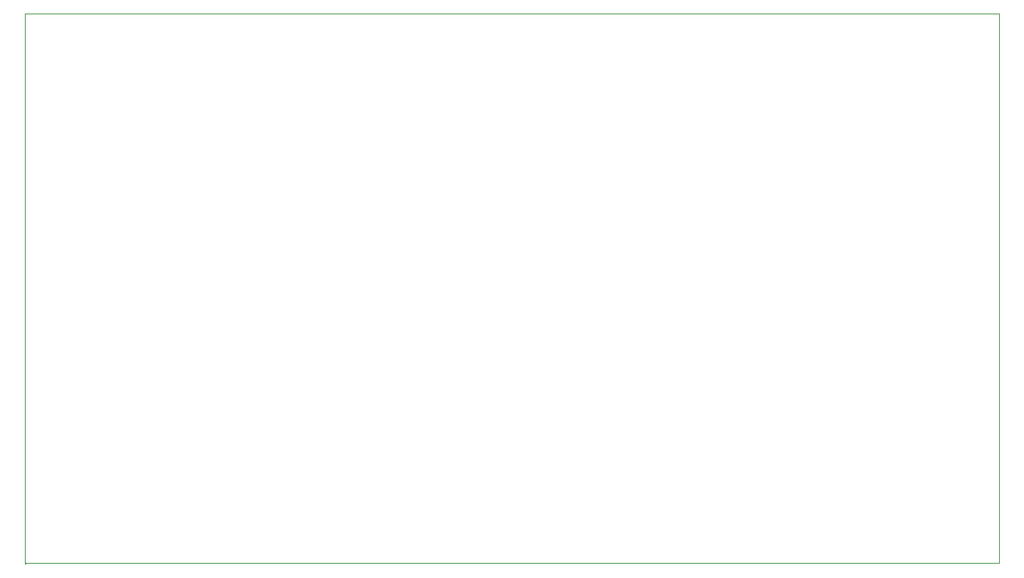
<source format=gm1>
G04 #@! TF.FileFunction,Profile,NP*
%FSLAX46Y46*%
G04 Gerber Fmt 4.6, Leading zero omitted, Abs format (unit mm)*
G04 Created by KiCad (PCBNEW 4.0.7-e2-6376~58~ubuntu16.04.1) date Thu Nov 23 09:20:08 2017*
%MOMM*%
%LPD*%
G01*
G04 APERTURE LIST*
%ADD10C,0.100000*%
G04 APERTURE END LIST*
D10*
X200723500Y-37338000D02*
X91376500Y-37338000D01*
X200533000Y-99060000D02*
X200723500Y-99060000D01*
X198120000Y-99060000D02*
X200533000Y-99060000D01*
X200723500Y-99060000D02*
X200723500Y-37338000D01*
X91376500Y-99123500D02*
X91440000Y-99123500D01*
X91376500Y-37338000D02*
X91376500Y-99123500D01*
X91440000Y-99060000D02*
X198120000Y-99060000D01*
M02*

</source>
